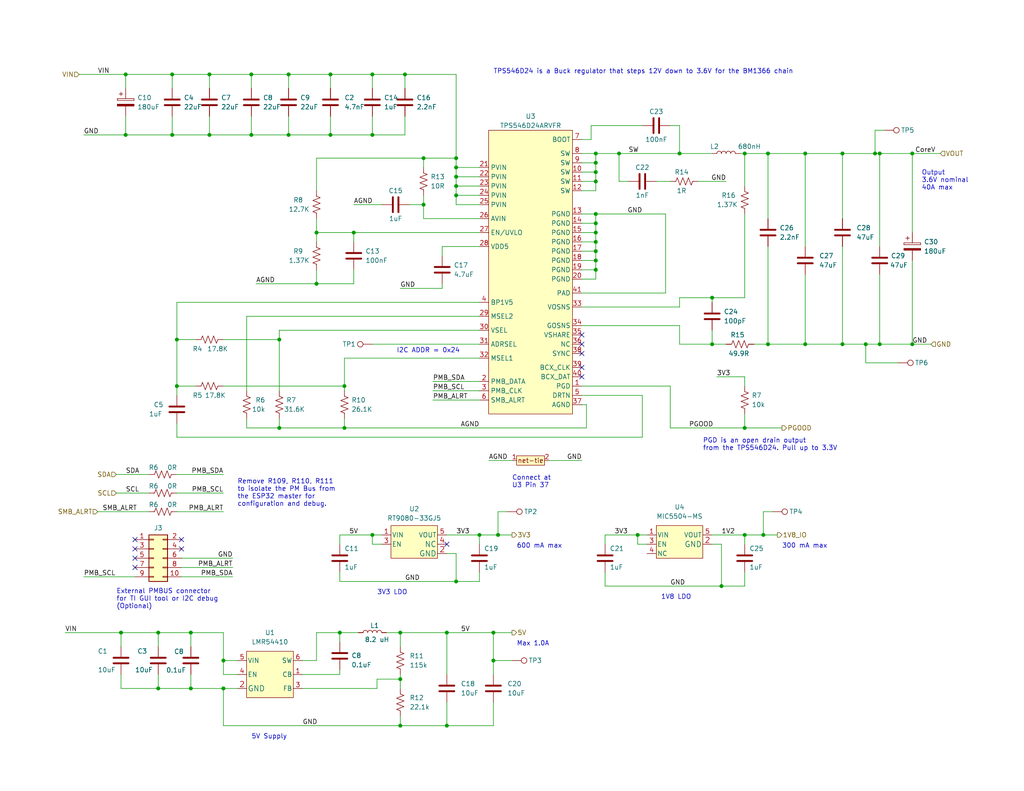
<source format=kicad_sch>
(kicad_sch (version 20231120) (generator "eeschema") (generator_version "8.0")
  (paper "A")
  (title_block (title "bitaxeHex") (date "2024-03-09") (rev "701"))
  (lib_symbols
    (symbol "Connector:TestPoint" (pin_numbers hide) (pin_names (offset 0.762) hide)
      (property "Reference" "TP" (at 0 6.858 0))
      (property "Value" "TestPoint" (at 0 5.08 0))
      (symbol "TestPoint_1_1"
        (pin passive line (at 0 0 90) (length 2.54) (name "1") (number "1"))
      )
    )
    (symbol "Connector_Generic:Conn_02x05_Odd_Even" (pin_names (offset 1.016) hide)
      (property "Reference" "J" (at 1.27 7.62 0))
      (property "Value" "Conn_02x05_Odd_Even" (at 1.27 -7.62 0))
      (symbol "Conn_02x05_Odd_Even_1_1"
        (pin passive line (at -5.08 5.08 0) (length 3.81) (name "Pin_1") (number "1"))
        (pin passive line (at 7.62 -5.08 180) (length 3.81) (name "Pin_10") (number "10"))
        (pin passive line (at 7.62 5.08 180) (length 3.81) (name "Pin_2") (number "2"))
        (pin passive line (at -5.08 2.54 0) (length 3.81) (name "Pin_3") (number "3"))
        (pin passive line (at 7.62 2.54 180) (length 3.81) (name "Pin_4") (number "4"))
        (pin passive line (at -5.08 0 0) (length 3.81) (name "Pin_5") (number "5"))
        (pin passive line (at 7.62 0 180) (length 3.81) (name "Pin_6") (number "6"))
        (pin passive line (at -5.08 -2.54 0) (length 3.81) (name "Pin_7") (number "7"))
        (pin passive line (at 7.62 -2.54 180) (length 3.81) (name "Pin_8") (number "8"))
        (pin passive line (at -5.08 -5.08 0) (length 3.81) (name "Pin_9") (number "9"))
      )
    )
    (symbol "Device:C" (pin_numbers hide) (pin_names (offset 0.254))
      (property "Reference" "C" (at 0.635 2.54 0))
      (property "Value" "C" (at 0.635 -2.54 0))
      (symbol "C_1_1"
        (pin passive line (at 0 3.81 270) (length 2.794) (name "~") (number "1"))
        (pin passive line (at 0 -3.81 90) (length 2.794) (name "~") (number "2"))
      )
    )
    (symbol "Device:C_Polarized" (pin_numbers hide) (pin_names (offset 0.254))
      (property "Reference" "C" (at 0.635 2.54 0))
      (property "Value" "C_Polarized" (at 0.635 -2.54 0))
      (symbol "C_Polarized_1_1"
        (pin passive line (at 0 3.81 270) (length 2.794) (name "~") (number "1"))
        (pin passive line (at 0 -3.81 90) (length 2.794) (name "~") (number "2"))
      )
    )
    (symbol "Device:L" (pin_numbers hide) (pin_names (offset 1.016) hide)
      (property "Reference" "L" (at -1.27 0 90))
      (property "Value" "L" (at 1.905 0 90))
      (symbol "L_1_1"
        (pin passive line (at 0 3.81 270) (length 1.27) (name "1") (number "1"))
        (pin passive line (at 0 -3.81 90) (length 1.27) (name "2") (number "2"))
      )
    )
    (symbol "Device:R_US" (pin_numbers hide) (pin_names (offset 0))
      (property "Reference" "R" (at 2.54 0 90))
      (property "Value" "R_US" (at -2.54 0 90))
      (symbol "R_US_1_1"
        (pin passive line (at 0 3.81 270) (length 1.27) (name "~") (number "1"))
        (pin passive line (at 0 -3.81 90) (length 1.27) (name "~") (number "2"))
      )
    )
    (symbol "bitaxe:LMR54410" (pin_names (offset 0.254))
      (property "Reference" "U" (at -5.08 7.62 0))
      (property "Value" "LMR54410" (at 0 -7.62 0))
      (symbol "LMR54410_1_1"
        (pin input line (at 8.89 0 180) (length 2.54) (name "CB") (number "1"))
        (pin power_in line (at -8.89 -3.81 0) (length 2.54) (name "GND") (number "2"))
        (pin input line (at 8.89 -3.81 180) (length 2.54) (name "FB") (number "3"))
        (pin input line (at -8.89 0 0) (length 2.54) (name "EN") (number "4"))
        (pin power_in line (at -8.89 3.81 0) (length 2.54) (name "VIN") (number "5"))
        (pin output line (at 8.89 3.81 180) (length 2.54) (name "SW") (number "6"))
      )
    )
    (symbol "bitaxe:MIC5504" (pin_names (offset 0.254))
      (property "Reference" "U" (at -6.35 5.08 0))
      (property "Value" "MIC5504" (at 0 -6.35 0))
      (symbol "MIC5504_1_1"
        (pin power_in line (at -8.89 1.27 0) (length 2.54) (name "VIN") (number "1"))
        (pin power_in line (at 8.89 -1.27 180) (length 2.54) (name "GND") (number "2"))
        (pin input line (at -8.89 -1.27 0) (length 2.54) (name "EN") (number "3"))
        (pin input line (at -8.89 -3.81 0) (length 2.54) (name "NC") (number "4"))
        (pin output line (at 8.89 1.27 180) (length 2.54) (name "VOUT") (number "5"))
      )
    )
    (symbol "bitaxe:RT9080-33GJ5" (pin_names (offset 0.254))
      (property "Reference" "U2" (at 0 8.382 0))
      (property "Value" "RT9080-33GJ5" (at 0 5.842 0))
      (symbol "RT9080-33GJ5_1_1"
        (pin power_in line (at -8.89 1.27 0) (length 2.54) (name "VIN") (number "1"))
        (pin power_in line (at 8.89 -3.81 180) (length 2.54) (name "GND") (number "2"))
        (pin input line (at -8.89 -1.27 0) (length 2.54) (name "EN") (number "3"))
        (pin power_in line (at 8.89 -1.27 180) (length 2.54) (name "NC") (number "4"))
        (pin output line (at 8.89 1.27 180) (length 2.54) (name "VOUT") (number "5"))
      )
    )
    (symbol "bitaxe:TPS546D24"
      (property "Reference" "U" (at -7.62 43.18 0))
      (property "Value" "TPS546D24" (at 6.35 43.18 0))
      (symbol "TPS546D24_1_1"
        (pin input line (at 13.97 -27.94 180) (length 2.54) (name "PGD") (number "1"))
        (pin power_in line (at 13.97 30.48 180) (length 2.54) (name "SW") (number "10"))
        (pin output line (at 13.97 27.94 180) (length 2.54) (name "SW") (number "11"))
        (pin power_out line (at 13.97 25.4 180) (length 2.54) (name "SW") (number "12"))
        (pin output line (at 13.97 19.05 180) (length 2.54) (name "PGND") (number "13"))
        (pin output line (at 13.97 16.51 180) (length 2.54) (name "PGND") (number "14"))
        (pin input line (at 13.97 13.97 180) (length 2.54) (name "PGND") (number "15"))
        (pin input line (at 13.97 11.43 180) (length 2.54) (name "PGND") (number "16"))
        (pin power_in line (at 13.97 8.89 180) (length 2.54) (name "PGND") (number "17"))
        (pin input line (at 13.97 6.35 180) (length 2.54) (name "PGND") (number "18"))
        (pin input line (at 13.97 3.81 180) (length 2.54) (name "PGND") (number "19"))
        (pin input line (at -13.97 -26.67 0) (length 2.54) (name "PMB_DATA") (number "2"))
        (pin power_in line (at 13.97 1.27 180) (length 2.54) (name "PGND") (number "20"))
        (pin input line (at -13.97 31.75 0) (length 2.54) (name "PVIN") (number "21"))
        (pin input line (at -13.97 29.21 0) (length 2.54) (name "PVIN") (number "22"))
        (pin input line (at -13.97 26.67 0) (length 2.54) (name "PVIN") (number "23"))
        (pin input line (at -13.97 24.13 0) (length 2.54) (name "PVIN") (number "24"))
        (pin input line (at -13.97 21.59 0) (length 2.54) (name "PVIN") (number "25"))
        (pin input line (at -13.97 17.78 0) (length 2.54) (name "AVIN") (number "26"))
        (pin input line (at -13.97 13.97 0) (length 2.54) (name "EN/UVLO") (number "27"))
        (pin output line (at -13.97 10.16 0) (length 2.54) (name "VDD5") (number "28"))
        (pin power_in line (at -13.97 -8.89 0) (length 2.54) (name "MSEL2") (number "29"))
        (pin input line (at -13.97 -29.21 0) (length 2.54) (name "PMB_CLK") (number "3"))
        (pin power_in line (at -13.97 -12.7 0) (length 2.54) (name "VSEL") (number "30"))
        (pin output line (at -13.97 -16.51 0) (length 2.54) (name "ADRSEL") (number "31"))
        (pin power_out line (at -13.97 -20.32 0) (length 2.54) (name "MSEL1") (number "32"))
        (pin output line (at 13.97 -6.35 180) (length 2.54) (name "VOSNS") (number "33"))
        (pin output line (at 13.97 -11.43 180) (length 2.54) (name "GOSNS") (number "34"))
        (pin input line (at 13.97 -13.97 180) (length 2.54) (name "VSHARE") (number "35"))
        (pin input line (at 13.97 -16.51 180) (length 2.54) (name "NC") (number "36"))
        (pin power_in line (at 13.97 -33.02 180) (length 2.54) (name "AGND") (number "37"))
        (pin input line (at 13.97 -19.05 180) (length 2.54) (name "SYNC") (number "38"))
        (pin input line (at 13.97 -22.86 180) (length 2.54) (name "BCX_CLK") (number "39"))
        (pin input line (at -13.97 -5.08 0) (length 2.54) (name "BP1V5") (number "4"))
        (pin input line (at 13.97 -25.4 180) (length 2.54) (name "BCX_DAT") (number "40"))
        (pin power_in line (at 13.97 -2.54 180) (length 2.54) (name "PAD") (number "41"))
        (pin input line (at 13.97 -30.48 180) (length 2.54) (name "DRTN") (number "5"))
        (pin input line (at -13.97 -31.75 0) (length 2.54) (name "SMB_ALRT") (number "6"))
        (pin input line (at 13.97 39.37 180) (length 2.54) (name "BOOT") (number "7"))
        (pin output line (at 13.97 35.56 180) (length 2.54) (name "SW") (number "8"))
        (pin power_in line (at 13.97 33.02 180) (length 2.54) (name "SW") (number "9"))
      )
    )
    (symbol "bitaxe:net-tie"
      (symbol "net-tie_1_0"
        (pin bidirectional line (at -5.08 0 0) (length 1.27) (name "") (number "1"))
        (pin bidirectional line (at 5.08 0 180) (length 1.27) (name "") (number "2"))
      )
      (symbol "net-tie_1_1"
        (text "net-tie" (at 0 0 0) (effects (font (size 1.27 1.27))))
      )
    )
  )
  (junction (at 162.56 58.42))
  (junction (at 203.2 116.84))
  (junction (at 173.99 146.05))
  (junction (at 48.26 92.71))
  (junction (at 52.07 187.96))
  (junction (at 52.07 172.72))
  (junction (at 96.52 63.5))
  (junction (at 229.87 93.98))
  (junction (at 109.22 198.12))
  (junction (at 124.46 48.26))
  (junction (at 33.02 172.72))
  (junction (at 121.92 172.72))
  (junction (at 90.17 20.32))
  (junction (at 135.89 146.05))
  (junction (at 238.76 41.91))
  (junction (at 43.18 172.72))
  (junction (at 219.71 93.98))
  (junction (at 115.57 55.88))
  (junction (at 109.22 185.42))
  (junction (at 78.74 36.83))
  (junction (at 162.56 71.12))
  (junction (at 34.29 36.83))
  (junction (at 124.46 45.72))
  (junction (at 78.74 20.32))
  (junction (at 162.56 41.91))
  (junction (at 115.57 43.18))
  (junction (at 60.96 187.96))
  (junction (at 248.92 41.91))
  (junction (at 46.99 36.83))
  (junction (at 57.15 20.32))
  (junction (at 162.56 49.53))
  (junction (at 196.85 160.02))
  (junction (at 57.15 36.83))
  (junction (at 162.56 46.99))
  (junction (at 185.42 41.91))
  (junction (at 124.46 43.18))
  (junction (at 162.56 44.45))
  (junction (at 162.56 60.96))
  (junction (at 162.56 68.58))
  (junction (at 101.6 36.83))
  (junction (at 219.71 41.91))
  (junction (at 68.58 36.83))
  (junction (at 68.58 20.32))
  (junction (at 134.62 180.34))
  (junction (at 168.91 41.91))
  (junction (at 203.2 41.91))
  (junction (at 93.98 116.84))
  (junction (at 248.92 93.98))
  (junction (at 110.49 20.32))
  (junction (at 124.46 53.34))
  (junction (at 236.22 93.98))
  (junction (at 162.56 73.66))
  (junction (at 124.46 158.75))
  (junction (at 124.46 50.8))
  (junction (at 162.56 63.5))
  (junction (at 101.6 20.32))
  (junction (at 46.99 20.32))
  (junction (at 209.55 93.98))
  (junction (at 76.2 92.71))
  (junction (at 48.26 105.41))
  (junction (at 134.62 172.72))
  (junction (at 43.18 187.96))
  (junction (at 109.22 172.72))
  (junction (at 208.28 146.05))
  (junction (at 86.36 63.5))
  (junction (at 162.56 66.04))
  (junction (at 34.29 20.32))
  (junction (at 101.6 146.05))
  (junction (at 92.71 172.72))
  (junction (at 203.2 146.05))
  (junction (at 209.55 41.91))
  (junction (at 93.98 105.41))
  (junction (at 130.81 146.05))
  (junction (at 229.87 41.91))
  (junction (at 60.96 180.34))
  (junction (at 86.36 77.47))
  (junction (at 121.92 198.12))
  (junction (at 240.03 41.91))
  (junction (at 194.31 81.28))
  (junction (at 76.2 116.84))
  (junction (at 240.03 93.98))
  (junction (at 90.17 36.83))
  (junction (at 194.31 93.98))
  (no_connect (at 158.75 102.87))
  (no_connect (at 49.53 149.86))
  (no_connect (at 121.92 148.59))
  (no_connect (at 158.75 96.52))
  (no_connect (at 49.53 147.32))
  (no_connect (at 36.83 147.32))
  (no_connect (at 36.83 154.94))
  (no_connect (at 36.83 149.86))
  (no_connect (at 36.83 152.4))
  (no_connect (at 158.75 91.44))
  (no_connect (at 158.75 100.33))
  (no_connect (at 158.75 93.98))
  (wire (pts (xy 130.81 55.88) (xy 124.46 55.88)))
  (wire (pts (xy 162.56 71.12) (xy 162.56 73.66)))
  (wire (pts (xy 203.2 146.05) (xy 208.28 146.05)))
  (wire (pts (xy 203.2 160.02) (xy 196.85 160.02)))
  (wire (pts (xy 173.99 148.59) (xy 173.99 146.05)))
  (wire (pts (xy 240.03 41.91) (xy 248.92 41.91)))
  (wire (pts (xy 22.86 157.48) (xy 36.83 157.48)))
  (wire (pts (xy 120.65 67.31) (xy 130.81 67.31)))
  (wire (pts (xy 203.2 146.05) (xy 203.2 148.59)))
  (wire (pts (xy 48.26 92.71) (xy 48.26 105.41)))
  (wire (pts (xy 57.15 20.32) (xy 46.99 20.32)))
  (wire (pts (xy 162.56 66.04) (xy 162.56 68.58)))
  (wire (pts (xy 158.75 60.96) (xy 162.56 60.96)))
  (wire (pts (xy 194.31 148.59) (xy 196.85 148.59)))
  (wire (pts (xy 158.75 80.01) (xy 181.61 80.01)))
  (wire (pts (xy 96.52 73.66) (xy 96.52 77.47)))
  (wire (pts (xy 96.52 63.5) (xy 86.36 63.5)))
  (wire (pts (xy 134.62 191.77) (xy 134.62 198.12)))
  (wire (pts (xy 240.03 41.91) (xy 240.03 67.31)))
  (wire (pts (xy 102.87 187.96) (xy 102.87 185.42)))
  (wire (pts (xy 158.75 83.82) (xy 185.42 83.82)))
  (wire (pts (xy 121.92 151.13) (xy 124.46 151.13)))
  (wire (pts (xy 158.75 52.07) (xy 162.56 52.07)))
  (wire (pts (xy 194.31 93.98) (xy 198.12 93.98)))
  (wire (pts (xy 165.1 146.05) (xy 173.99 146.05)))
  (wire (pts (xy 179.07 49.53) (xy 182.88 49.53)))
  (wire (pts (xy 185.42 88.9) (xy 185.42 93.98)))
  (wire (pts (xy 158.75 73.66) (xy 162.56 73.66)))
  (wire (pts (xy 46.99 31.75) (xy 46.99 36.83)))
  (wire (pts (xy 49.53 154.94) (xy 63.5 154.94)))
  (wire (pts (xy 203.2 41.91) (xy 209.55 41.91)))
  (wire (pts (xy 162.56 60.96) (xy 162.56 63.5)))
  (wire (pts (xy 33.02 172.72) (xy 33.02 176.53)))
  (wire (pts (xy 175.26 119.38) (xy 175.26 107.95)))
  (wire (pts (xy 43.18 172.72) (xy 52.07 172.72)))
  (wire (pts (xy 31.75 134.62) (xy 40.64 134.62)))
  (wire (pts (xy 52.07 172.72) (xy 52.07 176.53)))
  (wire (pts (xy 82.55 180.34) (xy 86.36 180.34)))
  (wire (pts (xy 121.92 172.72) (xy 109.22 172.72)))
  (wire (pts (xy 67.31 116.84) (xy 76.2 116.84)))
  (wire (pts (xy 158.75 38.1) (xy 161.29 38.1)))
  (wire (pts (xy 92.71 172.72) (xy 92.71 175.26)))
  (wire (pts (xy 162.56 52.07) (xy 162.56 49.53)))
  (wire (pts (xy 60.96 198.12) (xy 109.22 198.12)))
  (wire (pts (xy 133.35 125.73) (xy 139.7 125.73)))
  (wire (pts (xy 96.52 66.04) (xy 96.52 63.5)))
  (wire (pts (xy 48.26 105.41) (xy 53.34 105.41)))
  (wire (pts (xy 124.46 20.32) (xy 110.49 20.32)))
  (wire (pts (xy 60.96 105.41) (xy 93.98 105.41)))
  (wire (pts (xy 124.46 151.13) (xy 124.46 158.75)))
  (wire (pts (xy 203.2 41.91) (xy 203.2 50.8)))
  (wire (pts (xy 203.2 156.21) (xy 203.2 160.02)))
  (wire (pts (xy 109.22 184.15) (xy 109.22 185.42)))
  (wire (pts (xy 115.57 59.69) (xy 115.57 55.88)))
  (wire (pts (xy 60.96 187.96) (xy 52.07 187.96)))
  (wire (pts (xy 101.6 36.83) (xy 110.49 36.83)))
  (wire (pts (xy 138.43 139.7) (xy 135.89 139.7)))
  (wire (pts (xy 78.74 31.75) (xy 78.74 36.83)))
  (wire (pts (xy 26.67 139.7) (xy 40.64 139.7)))
  (wire (pts (xy 134.62 180.34) (xy 139.7 180.34)))
  (wire (pts (xy 67.31 114.3) (xy 67.31 116.84)))
  (wire (pts (xy 93.98 116.84) (xy 160.02 116.84)))
  (wire (pts (xy 219.71 41.91) (xy 219.71 67.31)))
  (wire (pts (xy 78.74 36.83) (xy 90.17 36.83)))
  (wire (pts (xy 46.99 20.32) (xy 34.29 20.32)))
  (wire (pts (xy 124.46 45.72) (xy 130.81 45.72)))
  (wire (pts (xy 33.02 187.96) (xy 33.02 184.15)))
  (wire (pts (xy 203.2 58.42) (xy 203.2 81.28)))
  (wire (pts (xy 121.92 191.77) (xy 121.92 198.12)))
  (wire (pts (xy 92.71 158.75) (xy 124.46 158.75)))
  (wire (pts (xy 229.87 67.31) (xy 229.87 93.98)))
  (wire (pts (xy 158.75 88.9) (xy 185.42 88.9)))
  (wire (pts (xy 48.26 139.7) (xy 60.96 139.7)))
  (wire (pts (xy 219.71 93.98) (xy 229.87 93.98)))
  (wire (pts (xy 48.26 92.71) (xy 53.34 92.71)))
  (wire (pts (xy 52.07 172.72) (xy 60.96 172.72)))
  (wire (pts (xy 168.91 41.91) (xy 185.42 41.91)))
  (wire (pts (xy 238.76 41.91) (xy 240.03 41.91)))
  (wire (pts (xy 124.46 48.26) (xy 130.81 48.26)))
  (wire (pts (xy 176.53 148.59) (xy 173.99 148.59)))
  (wire (pts (xy 115.57 53.34) (xy 115.57 55.88)))
  (wire (pts (xy 130.81 156.21) (xy 130.81 158.75)))
  (wire (pts (xy 210.82 139.7) (xy 208.28 139.7)))
  (wire (pts (xy 22.86 36.83) (xy 34.29 36.83)))
  (wire (pts (xy 115.57 43.18) (xy 124.46 43.18)))
  (wire (pts (xy 158.75 46.99) (xy 162.56 46.99)))
  (wire (pts (xy 158.75 71.12) (xy 162.56 71.12)))
  (wire (pts (xy 190.5 49.53) (xy 198.12 49.53)))
  (wire (pts (xy 240.03 93.98) (xy 248.92 93.98)))
  (wire (pts (xy 209.55 41.91) (xy 209.55 59.69)))
  (wire (pts (xy 86.36 52.07) (xy 86.36 43.18)))
  (wire (pts (xy 86.36 73.66) (xy 86.36 77.47)))
  (wire (pts (xy 78.74 20.32) (xy 68.58 20.32)))
  (wire (pts (xy 185.42 83.82) (xy 185.42 81.28)))
  (wire (pts (xy 240.03 74.93) (xy 240.03 93.98)))
  (wire (pts (xy 236.22 93.98) (xy 240.03 93.98)))
  (wire (pts (xy 82.55 184.15) (xy 92.71 184.15)))
  (wire (pts (xy 68.58 20.32) (xy 68.58 24.13)))
  (wire (pts (xy 60.96 180.34) (xy 60.96 172.72)))
  (wire (pts (xy 121.92 146.05) (xy 130.81 146.05)))
  (wire (pts (xy 162.56 44.45) (xy 162.56 41.91)))
  (wire (pts (xy 229.87 93.98) (xy 236.22 93.98)))
  (wire (pts (xy 68.58 36.83) (xy 78.74 36.83)))
  (wire (pts (xy 93.98 97.79) (xy 93.98 105.41)))
  (wire (pts (xy 93.98 97.79) (xy 130.81 97.79)))
  (wire (pts (xy 209.55 93.98) (xy 219.71 93.98)))
  (wire (pts (xy 134.62 172.72) (xy 134.62 180.34)))
  (wire (pts (xy 109.22 195.58) (xy 109.22 198.12)))
  (wire (pts (xy 43.18 187.96) (xy 33.02 187.96)))
  (wire (pts (xy 76.2 90.17) (xy 76.2 92.71)))
  (wire (pts (xy 185.42 93.98) (xy 194.31 93.98)))
  (wire (pts (xy 165.1 146.05) (xy 165.1 148.59)))
  (wire (pts (xy 238.76 35.56) (xy 238.76 41.91)))
  (wire (pts (xy 236.22 99.06) (xy 236.22 93.98)))
  (wire (pts (xy 229.87 41.91) (xy 238.76 41.91)))
  (wire (pts (xy 194.31 90.17) (xy 194.31 93.98)))
  (wire (pts (xy 46.99 36.83) (xy 57.15 36.83)))
  (wire (pts (xy 90.17 36.83) (xy 101.6 36.83)))
  (wire (pts (xy 90.17 20.32) (xy 78.74 20.32)))
  (wire (pts (xy 196.85 148.59) (xy 196.85 160.02)))
  (wire (pts (xy 182.88 105.41) (xy 182.88 116.84)))
  (wire (pts (xy 160.02 110.49) (xy 160.02 116.84)))
  (wire (pts (xy 219.71 74.93) (xy 219.71 93.98)))
  (wire (pts (xy 101.6 93.98) (xy 130.81 93.98)))
  (wire (pts (xy 182.88 116.84) (xy 203.2 116.84)))
  (wire (pts (xy 110.49 20.32) (xy 110.49 24.13)))
  (wire (pts (xy 118.11 104.14) (xy 130.81 104.14)))
  (wire (pts (xy 49.53 152.4) (xy 63.5 152.4)))
  (wire (pts (xy 124.46 20.32) (xy 124.46 43.18)))
  (wire (pts (xy 111.76 55.88) (xy 115.57 55.88)))
  (wire (pts (xy 135.89 146.05) (xy 139.7 146.05)))
  (wire (pts (xy 76.2 116.84) (xy 93.98 116.84)))
  (wire (pts (xy 86.36 59.69) (xy 86.36 63.5)))
  (wire (pts (xy 162.56 68.58) (xy 162.56 71.12)))
  (wire (pts (xy 120.65 77.47) (xy 120.65 78.74)))
  (wire (pts (xy 124.46 43.18) (xy 124.46 45.72)))
  (wire (pts (xy 78.74 20.32) (xy 78.74 24.13)))
  (wire (pts (xy 86.36 63.5) (xy 86.36 66.04)))
  (wire (pts (xy 124.46 50.8) (xy 130.81 50.8)))
  (wire (pts (xy 124.46 45.72) (xy 124.46 48.26)))
  (wire (pts (xy 162.56 46.99) (xy 162.56 44.45)))
  (wire (pts (xy 17.78 172.72) (xy 33.02 172.72)))
  (wire (pts (xy 158.75 105.41) (xy 182.88 105.41)))
  (wire (pts (xy 109.22 172.72) (xy 109.22 176.53)))
  (wire (pts (xy 43.18 187.96) (xy 43.18 184.15)))
  (wire (pts (xy 60.96 184.15) (xy 60.96 180.34)))
  (wire (pts (xy 48.26 129.54) (xy 60.96 129.54)))
  (wire (pts (xy 92.71 172.72) (xy 97.79 172.72)))
  (wire (pts (xy 48.26 119.38) (xy 175.26 119.38)))
  (wire (pts (xy 135.89 139.7) (xy 135.89 146.05)))
  (wire (pts (xy 162.56 76.2) (xy 158.75 76.2)))
  (wire (pts (xy 64.77 184.15) (xy 60.96 184.15)))
  (wire (pts (xy 248.92 93.98) (xy 254 93.98)))
  (wire (pts (xy 34.29 36.83) (xy 46.99 36.83)))
  (wire (pts (xy 48.26 134.62) (xy 60.96 134.62)))
  (wire (pts (xy 241.3 35.56) (xy 238.76 35.56)))
  (wire (pts (xy 134.62 180.34) (xy 134.62 184.15)))
  (wire (pts (xy 48.26 107.95) (xy 48.26 105.41)))
  (wire (pts (xy 76.2 90.17) (xy 130.81 90.17)))
  (wire (pts (xy 158.75 110.49) (xy 160.02 110.49)))
  (wire (pts (xy 248.92 41.91) (xy 256.54 41.91)))
  (wire (pts (xy 92.71 184.15) (xy 92.71 182.88)))
  (wire (pts (xy 248.92 71.12) (xy 248.92 93.98)))
  (wire (pts (xy 175.26 107.95) (xy 158.75 107.95)))
  (wire (pts (xy 134.62 198.12) (xy 121.92 198.12)))
  (wire (pts (xy 158.75 66.04) (xy 162.56 66.04)))
  (wire (pts (xy 96.52 55.88) (xy 104.14 55.88)))
  (wire (pts (xy 115.57 45.72) (xy 115.57 43.18)))
  (wire (pts (xy 101.6 20.32) (xy 90.17 20.32)))
  (wire (pts (xy 171.45 49.53) (xy 168.91 49.53)))
  (wire (pts (xy 68.58 20.32) (xy 57.15 20.32)))
  (wire (pts (xy 149.86 125.73) (xy 158.75 125.73)))
  (wire (pts (xy 203.2 81.28) (xy 194.31 81.28)))
  (wire (pts (xy 185.42 81.28) (xy 194.31 81.28)))
  (wire (pts (xy 110.49 20.32) (xy 101.6 20.32)))
  (wire (pts (xy 173.99 146.05) (xy 176.53 146.05)))
  (wire (pts (xy 124.46 53.34) (xy 130.81 53.34)))
  (wire (pts (xy 64.77 180.34) (xy 60.96 180.34)))
  (wire (pts (xy 196.85 160.02) (xy 165.1 160.02)))
  (wire (pts (xy 195.58 102.87) (xy 203.2 102.87)))
  (wire (pts (xy 161.29 34.29) (xy 175.26 34.29)))
  (wire (pts (xy 48.26 82.55) (xy 130.81 82.55)))
  (wire (pts (xy 105.41 172.72) (xy 109.22 172.72)))
  (wire (pts (xy 124.46 48.26) (xy 124.46 50.8)))
  (wire (pts (xy 162.56 41.91) (xy 168.91 41.91)))
  (wire (pts (xy 208.28 139.7) (xy 208.28 146.05)))
  (wire (pts (xy 134.62 172.72) (xy 139.7 172.72)))
  (wire (pts (xy 86.36 172.72) (xy 92.71 172.72)))
  (wire (pts (xy 118.11 106.68) (xy 130.81 106.68)))
  (wire (pts (xy 120.65 69.85) (xy 120.65 67.31)))
  (wire (pts (xy 48.26 82.55) (xy 48.26 92.71)))
  (wire (pts (xy 102.87 185.42) (xy 109.22 185.42)))
  (wire (pts (xy 121.92 172.72) (xy 121.92 184.15)))
  (wire (pts (xy 52.07 187.96) (xy 43.18 187.96)))
  (wire (pts (xy 34.29 31.75) (xy 34.29 36.83)))
  (wire (pts (xy 209.55 41.91) (xy 219.71 41.91)))
  (wire (pts (xy 46.99 20.32) (xy 46.99 24.13)))
  (wire (pts (xy 121.92 172.72) (xy 134.62 172.72)))
  (wire (pts (xy 130.81 146.05) (xy 135.89 146.05)))
  (wire (pts (xy 162.56 41.91) (xy 158.75 41.91)))
  (wire (pts (xy 124.46 50.8) (xy 124.46 53.34)))
  (wire (pts (xy 67.31 86.36) (xy 130.81 86.36)))
  (wire (pts (xy 229.87 41.91) (xy 229.87 59.69)))
  (wire (pts (xy 245.11 99.06) (xy 236.22 99.06)))
  (wire (pts (xy 165.1 160.02) (xy 165.1 156.21)))
  (wire (pts (xy 201.93 41.91) (xy 203.2 41.91)))
  (wire (pts (xy 34.29 24.13) (xy 34.29 20.32)))
  (wire (pts (xy 124.46 53.34) (xy 124.46 55.88)))
  (wire (pts (xy 101.6 148.59) (xy 101.6 146.05)))
  (wire (pts (xy 185.42 41.91) (xy 194.31 41.91)))
  (wire (pts (xy 33.02 172.72) (xy 43.18 172.72)))
  (wire (pts (xy 67.31 86.36) (xy 67.31 106.68)))
  (wire (pts (xy 21.59 20.32) (xy 34.29 20.32)))
  (wire (pts (xy 203.2 116.84) (xy 213.36 116.84)))
  (wire (pts (xy 93.98 116.84) (xy 93.98 114.3)))
  (wire (pts (xy 69.85 77.47) (xy 86.36 77.47)))
  (wire (pts (xy 57.15 31.75) (xy 57.15 36.83)))
  (wire (pts (xy 205.74 93.98) (xy 209.55 93.98)))
  (wire (pts (xy 181.61 80.01) (xy 181.61 58.42)))
  (wire (pts (xy 158.75 63.5) (xy 162.56 63.5)))
  (wire (pts (xy 109.22 78.74) (xy 120.65 78.74)))
  (wire (pts (xy 124.46 158.75) (xy 130.81 158.75)))
  (wire (pts (xy 248.92 63.5) (xy 248.92 41.91)))
  (wire (pts (xy 168.91 49.53) (xy 168.91 41.91)))
  (wire (pts (xy 185.42 34.29) (xy 185.42 41.91)))
  (wire (pts (xy 31.75 129.54) (xy 40.64 129.54)))
  (wire (pts (xy 104.14 148.59) (xy 101.6 148.59)))
  (wire (pts (xy 203.2 105.41) (xy 203.2 102.87)))
  (wire (pts (xy 115.57 59.69) (xy 130.81 59.69)))
  (wire (pts (xy 76.2 114.3) (xy 76.2 116.84)))
  (wire (pts (xy 162.56 58.42) (xy 181.61 58.42)))
  (wire (pts (xy 118.11 109.22) (xy 130.81 109.22)))
  (wire (pts (xy 162.56 58.42) (xy 162.56 60.96)))
  (wire (pts (xy 219.71 41.91) (xy 229.87 41.91)))
  (wire (pts (xy 162.56 49.53) (xy 162.56 46.99)))
  (wire (pts (xy 86.36 77.47) (xy 96.52 77.47)))
  (wire (pts (xy 158.75 44.45) (xy 162.56 44.45)))
  (wire (pts (xy 162.56 73.66) (xy 162.56 76.2)))
  (wire (pts (xy 90.17 31.75) (xy 90.17 36.83)))
  (wire (pts (xy 52.07 184.15) (xy 52.07 187.96)))
  (wire (pts (xy 43.18 172.72) (xy 43.18 176.53)))
  (wire (pts (xy 64.77 187.96) (xy 60.96 187.96)))
  (wire (pts (xy 92.71 146.05) (xy 92.71 148.59)))
  (wire (pts (xy 158.75 68.58) (xy 162.56 68.58)))
  (wire (pts (xy 158.75 49.53) (xy 162.56 49.53)))
  (wire (pts (xy 93.98 105.41) (xy 93.98 106.68)))
  (wire (pts (xy 203.2 113.03) (xy 203.2 116.84)))
  (wire (pts (xy 76.2 92.71) (xy 76.2 106.68)))
  (wire (pts (xy 57.15 20.32) (xy 57.15 24.13)))
  (wire (pts (xy 68.58 31.75) (xy 68.58 36.83)))
  (wire (pts (xy 130.81 146.05) (xy 130.81 148.59)))
  (wire (pts (xy 182.88 34.29) (xy 185.42 34.29)))
  (wire (pts (xy 96.52 63.5) (xy 130.81 63.5)))
  (wire (pts (xy 92.71 146.05) (xy 101.6 146.05)))
  (wire (pts (xy 109.22 185.42) (xy 109.22 187.96)))
  (wire (pts (xy 86.36 43.18) (xy 115.57 43.18)))
  (wire (pts (xy 82.55 187.96) (xy 102.87 187.96)))
  (wire (pts (xy 208.28 146.05) (xy 212.09 146.05)))
  (wire (pts (xy 60.96 92.71) (xy 76.2 92.71)))
  (wire (pts (xy 60.96 187.96) (xy 60.96 198.12)))
  (wire (pts (xy 86.36 180.34) (xy 86.36 172.72)))
  (wire (pts (xy 158.75 58.42) (xy 162.56 58.42)))
  (wire (pts (xy 101.6 146.05) (xy 104.14 146.05)))
  (wire (pts (xy 209.55 67.31) (xy 209.55 93.98)))
  (wire (pts (xy 194.31 146.05) (xy 203.2 146.05)))
  (wire (pts (xy 49.53 157.48) (xy 63.5 157.48)))
  (wire (pts (xy 101.6 31.75) (xy 101.6 36.83)))
  (wire (pts (xy 161.29 38.1) (xy 161.29 34.29)))
  (wire (pts (xy 194.31 81.28) (xy 194.31 82.55)))
  (wire (pts (xy 110.49 36.83) (xy 110.49 31.75)))
  (wire (pts (xy 90.17 20.32) (xy 90.17 24.13)))
  (wire (pts (xy 57.15 36.83) (xy 68.58 36.83)))
  (wire (pts (xy 162.56 63.5) (xy 162.56 66.04)))
  (wire (pts (xy 121.92 198.12) (xy 109.22 198.12)))
  (wire (pts (xy 101.6 20.32) (xy 101.6 24.13)))
  (wire (pts (xy 48.26 115.57) (xy 48.26 119.38)))
  (wire (pts (xy 92.71 158.75) (xy 92.71 156.21)))
  (text "1V8 LDO" (at 180.34 163.83 0) (effects (font (size 1.27 1.27)) (justify left bottom)))
  (text "Output \n3.6V nominal\n40A max" (at 251.46 52.07 0) (effects (font (size 1.27 1.27)) (justify left bottom)))
  (text "TPS546D24 is a Buck regulator that steps 12V down to 3.6V for the BM1366 chain" (at 134.62 20.32 0) (effects (font (size 1.27 1.27)) (justify left bottom)))
  (text "3V3 LDO" (at 102.87 162.56 0) (effects (font (size 1.27 1.27)) (justify left bottom)))
  (text "300 mA max" (at 213.36 149.86 0) (effects (font (size 1.27 1.27)) (justify left bottom)))
  (text "Remove R109, R110, R111\nto isolate the PM Bus from\nthe ESP32 master for \nconfiguration and debug." (at 64.77 138.43 0) (effects (font (size 1.27 1.27)) (justify left bottom)))
  (text "Max 1.0A" (at 140.97 176.53 0) (effects (font (size 1.27 1.27)) (justify left bottom)))
  (text "Connect at\nU3 Pin 37" (at 139.7 133.35 0) (effects (font (size 1.27 1.27)) (justify left bottom)))
  (text "External PMBUS connector\nfor TI GUI tool or I2C debug\n(Optional)" (at 31.75 166.37 0) (effects (font (size 1.27 1.27)) (justify left bottom)))
  (text "600 mA max" (at 140.97 149.86 0) (effects (font (size 1.27 1.27)) (justify left bottom)))
  (text "5V Supply" (at 68.58 201.93 0) (effects (font (size 1.27 1.27)) (justify left bottom)))
  (text "PGD is an open drain output\nfrom the TPS546D24. Pull up to 3.3V" (at 191.77 123.19 0) (effects (font (size 1.27 1.27)) (justify left bottom)))
  (text "I2C ADDR = 0x24" (at 108.204 96.52 0) (effects (font (size 1.27 1.27)) (justify left bottom)))
  (label "SW" (at 171.45 41.91 0))
  (label "AGND" (at 133.35 125.73 0))
  (label "GND" (at 182.88 160.02 0))
  (label "CoreV" (at 255.27 41.91 180))
  (label "GND" (at 175.26 58.42 180))
  (label "GND" (at 158.75 125.73 180))
  (label "PMB_ALRT" (at 60.96 139.7 180))
  (label "PMB_ALRT" (at 63.5 154.94 180))
  (label "AGND" (at 130.81 116.84 180))
  (label "SDA" (at 34.29 129.54 0))
  (label "PGOOD" (at 187.96 116.84 0))
  (label "GND" (at 109.22 78.74 0))
  (label "1V2" (at 196.85 146.05 0))
  (label "5V" (at 95.25 146.05 0))
  (label "VIN" (at 26.67 20.32 0))
  (label "PMB_SDA" (at 60.96 129.54 180))
  (label "PMB_SCL" (at 22.86 157.48 0))
  (label "PMB_SCL" (at 118.11 106.68 0))
  (label "PMB_SDA" (at 63.5 157.48 180))
  (label "VIN" (at 17.78 172.72 0))
  (label "GND" (at 22.86 36.83 0))
  (label "3V3" (at 124.46 146.05 0))
  (label "AGND" (at 69.85 77.47 0))
  (label "GND" (at 82.55 198.12 0))
  (label "PMB_SCL" (at 60.96 134.62 180))
  (label "SCL" (at 34.29 134.62 0))
  (label "GND" (at 110.49 158.75 0))
  (label "GND" (at 248.92 93.98 0))
  (label "PMB_ALRT" (at 118.11 109.22 0))
  (label "SMB_ALRT" (at 27.94 139.7 0))
  (label "AGND" (at 96.52 55.88 0))
  (label "5V" (at 125.73 172.72 0))
  (label "GND" (at 63.5 152.4 180))
  (label "GND" (at 198.12 49.53 180))
  (label "PMB_SDA" (at 118.11 104.14 0))
  (label "3V3" (at 195.58 102.87 0))
  (label "3V3" (at 167.64 146.05 0))
  (hierarchical_label "3V3" (shape output) (at 139.7 146.05 0))
  (hierarchical_label "VIN" (shape input) (at 21.59 20.32 180))
  (hierarchical_label "SDA" (shape input) (at 31.75 129.54 180))
  (hierarchical_label "VOUT" (shape input) (at 256.54 41.91 0))
  (hierarchical_label "GND" (shape input) (at 254 93.98 0))
  (hierarchical_label "SCL" (shape input) (at 31.75 134.62 180))
  (hierarchical_label "1V8_IO" (shape output) (at 212.09 146.05 0))
  (hierarchical_label "SMB_ALRT" (shape input) (at 26.67 139.7 180))
  (hierarchical_label "5V" (shape output) (at 139.7 172.72 0))
  (hierarchical_label "PGOOD" (shape output) (at 213.36 116.84 0))
  (symbol (lib_id "Device:C") (at 179.07 34.29 90) (unit 1)
    (property "Reference" "C23" (at 179.07 30.48 90))
    (property "Value" "100nF" (at 179.07 38.1 90))
    (property "Footprint" "Capacitor_SMD:C_0805_2012Metric" (effects (hide yes)))
    (property "DK" "478-KGM21NR71E104KTCT-ND" (effects (hide yes)))
    (property "PARTNO" "KGM21NR71E104KT" (effects (hide yes)))
  )
  (symbol (lib_id "Device:C_Polarized") (at 248.92 67.31 0) (unit 1)
    (property "Reference" "C30" (at 252.095 66.04 0) (effects (justify left)))
    (property "Value" "180uF" (at 252.095 68.58 0) (effects (justify left)))
    (property "Footprint" "Capacitor_SMD:CP_Elec_6.3x5.9" (effects (hide yes)))
    (property "Datasheet" "https://industrial.panasonic.com/cdbs/www-data/pdf/AAB8000/AAB8000C177.pdf" (effects (hide yes)))
    (property "DK" "P16479CT-ND" (effects (hide yes)))
    (property "PARTNO" "16SVPF180M" (effects (hide yes)))
    (property "HEIGHT" "5.9mm" (effects (hide yes)))
  )
  (symbol (lib_id "Device:R_US") (at 44.45 139.7 90) (unit 1)
    (property "Reference" "R6" (at 41.91 137.795 90))
    (property "Value" "0R" (at 46.99 137.795 90))
    (property "Footprint" "Resistor_SMD:R_0402_1005Metric" (effects (hide yes)))
    (property "DK" "311-0.0JRCT-ND" (effects (hide yes)))
    (property "PARTNO" "RC0402JR-070RL" (effects (hide yes)))
    (instances (project "bm1397" (path "" (reference "R6") (unit 1))) (project "bitaxeHex" (path "" (reference "R3") (unit 1))))
  )
  (symbol (lib_id "Device:C") (at 92.71 179.07 0) (unit 1)
    (property "Reference" "C8" (at 95.885 179.705 0) (effects (justify left bottom)))
    (property "Value" "0.1uF" (at 95.885 182.245 0) (effects (justify left bottom)))
    (property "Footprint" "Capacitor_SMD:C_0402_1005Metric" (effects (hide yes)))
    (property "DK" "478-KGM05AR71C104KHCT-ND" (effects (hide yes)))
    (property "PARTNO" "KGM05AR71C104KH" (effects (hide yes)))
    (instances (project "bm1366" (path "" (reference "C8") (unit 1))) (project "bitaxeHex" (path "" (reference "C12") (unit 1))))
  )
  (symbol (lib_id "Device:L") (at 198.12 41.91 90) (unit 1)
    (property "Reference" "L2" (at 194.945 40.005 90))
    (property "Value" "680nH" (at 204.47 40.005 90))
    (property "Footprint" "Inductor_SMD:L_Coilcraft_XAL1010-XXX" (effects (hide yes)))
    (property "Datasheet" "https://www.coilcraft.com/getmedia/dd74e670-e705-456a-9a69-585fe02eaf3c/xal1010.pdf" (effects (hide yes)))
    (property "PARTNO" "XAL1010-681MED" (effects (hide yes)))
    (property "DK" "2457-XAL1010-681MED-ND" (effects (hide yes)))
    (property "Mouser" "994-XAL1010-681MED" (effects (hide yes)))
    (property "HEIGHT" "10mm" (effects (hide yes)))
  )
  (symbol (lib_id "Device:C") (at 203.2 152.4 0) (unit 1)
    (property "Reference" "C25" (at 204.47 150.495 0) (effects (justify left bottom)))
    (property "Value" "1uF" (at 204.47 155.575 0) (effects (justify left bottom)))
    (property "Footprint" "Capacitor_SMD:C_0402_1005Metric" (effects (hide yes)))
    (property "DK" "587-5514-1-ND" (effects (hide yes)))
    (property "PARTNO" "EMK105BJ105MV-F" (effects (hide yes)))
  )
  (symbol (lib_id "bitaxe:LMR54410") (at 73.66 184.15 0) (unit 1)
    (property "Reference" "U1" (at 73.66 172.72 0))
    (property "Value" "LMR54410" (at 73.66 175.26 0))
    (property "Footprint" "Package_TO_SOT_SMD:SOT-23-6" (effects (hide yes)))
    (property "Datasheet" "https://www.ti.com/lit/ds/symlink/lmr54406.pdf" (effects (hide yes)))
    (property "DK" "296-LMR54410DBVRCT-ND" (effects (hide yes)))
    (property "PARTNO" "LMR54410FDBVR" (effects (hide yes)))
  )
  (symbol (lib_id "Device:R_US") (at 44.45 129.54 90) (unit 1)
    (property "Reference" "R6" (at 41.91 127.635 90))
    (property "Value" "0R" (at 46.99 127.635 90))
    (property "Footprint" "Resistor_SMD:R_0402_1005Metric" (effects (hide yes)))
    (property "DK" "311-0.0JRCT-ND" (effects (hide yes)))
    (property "PARTNO" "RC0402JR-070RL" (effects (hide yes)))
    (instances (project "bm1397" (path "" (reference "R6") (unit 1))) (project "bitaxeHex" (path "" (reference "R1") (unit 1))))
  )
  (symbol (lib_id "Connector:TestPoint") (at 210.82 139.7 270) (mirror x) (unit 1) (in_bom no)
    (property "Reference" "TP4" (at 217.17 139.7 90))
    (property "Value" "TestPoint" (effects (hide yes)))
    (property "Footprint" "TestPoint:TestPoint_Pad_D1.0mm" (effects (hide yes)))
  )
  (symbol (lib_id "Device:C") (at 194.31 86.36 0) (unit 1)
    (property "Reference" "C24" (at 197.485 85.09 0) (effects (justify left)))
    (property "Value" "100pF" (at 197.485 87.63 0) (effects (justify left)))
    (property "Footprint" "Capacitor_SMD:C_0402_1005Metric" (effects (hide yes)))
    (property "DK" "732-7431-1-ND" (effects (hide yes)))
    (property "PARTNO" "885012005013" (effects (hide yes)))
  )
  (symbol (lib_id "Device:C") (at 134.62 187.96 0) (unit 1)
    (property "Reference" "C20" (at 138.43 186.69 0) (effects (justify left)))
    (property "Value" "10uF" (at 138.43 189.23 0) (effects (justify left)))
    (property "Footprint" "Capacitor_SMD:C_0805_2012Metric" (effects (hide yes)))
    (property "DK" "490-18664-1-ND" (effects (hide yes)))
    (property "PARTNO" "GRM21BR61H106ME43L" (effects (hide yes)))
  )
  (symbol (lib_id "Device:R_US") (at 201.93 93.98 90) (unit 1)
    (property "Reference" "R15" (at 203.2 91.44 90) (effects (justify left)))
    (property "Value" "49.9R" (at 204.47 96.52 90) (effects (justify left)))
    (property "Footprint" "Resistor_SMD:R_0402_1005Metric" (effects (hide yes)))
    (property "DK" "311-49.9LRCT-ND" (effects (hide yes)))
    (property "PARTNO" "RC0402FR-0749R9L" (effects (hide yes)))
  )
  (symbol (lib_id "Device:C") (at 219.71 71.12 0) (unit 1)
    (property "Reference" "C27" (at 223.52 69.85 0) (effects (justify left)))
    (property "Value" "47uF" (at 223.52 72.39 0) (effects (justify left)))
    (property "Footprint" "Capacitor_SMD:C_1210_3225Metric" (effects (hide yes)))
    (property "DK" "490-6539-1-ND" (effects (hide yes)))
    (property "PARTNO" "GRM32ER61C476KE15L" (effects (hide yes)))
  )
  (symbol (lib_id "Device:R_US") (at 186.69 49.53 90) (unit 1)
    (property "Reference" "R14" (at 187.96 46.99 90) (effects (justify left)))
    (property "Value" "1R" (at 187.325 52.07 90) (effects (justify left)))
    (property "Footprint" "Resistor_SMD:R_1206_3216Metric" (effects (hide yes)))
    (property "DK" "CSR1206FT1R00CT-ND" (effects (hide yes)))
    (property "PARTNO" "CSR1206FT1R00" (effects (hide yes)))
  )
  (symbol (lib_id "Device:R_US") (at 115.57 49.53 0) (unit 1)
    (property "Reference" "R13" (at 117.475 48.26 0) (effects (justify left)))
    (property "Value" "10R" (at 117.475 50.8 0) (effects (justify left)))
    (property "Footprint" "Resistor_SMD:R_0402_1005Metric" (effects (hide yes)))
    (property "DK" "311-10.0LRCT-ND" (effects (hide yes)))
    (property "PARTNO" "RC0402FR-0710RL" (effects (hide yes)))
  )
  (symbol (lib_id "Device:R_US") (at 44.45 134.62 90) (unit 1)
    (property "Reference" "R6" (at 41.91 132.715 90))
    (property "Value" "0R" (at 46.99 132.715 90))
    (property "Footprint" "Resistor_SMD:R_0402_1005Metric" (effects (hide yes)))
    (property "DK" "311-0.0JRCT-ND" (effects (hide yes)))
    (property "PARTNO" "RC0402JR-070RL" (effects (hide yes)))
    (instances (project "bm1397" (path "" (reference "R6") (unit 1))) (project "bitaxeHex" (path "" (reference "R2") (unit 1))))
  )
  (symbol (lib_id "bitaxe:MIC5504") (at 185.42 147.32 0) (unit 1)
    (property "Reference" "U4" (at 185.42 138.43 0))
    (property "Value" "MIC5504-MS" (at 185.42 140.97 0))
    (property "Footprint" "Package_TO_SOT_SMD:SOT-23-5_HandSoldering" (effects (hide yes)))
    (property "Datasheet" "https://atta.szlcsc.com/upload/public/pdf/source/20240802/A85BC169CD94B58DB0326F7C46D76917.pdf" (effects (hide yes)))
    (property "DK" "C30197547" (effects (hide yes)))
    (property "PARTNO" "MIC5504-1.2YM5-TR-MS" (effects (hide yes)))
  )
  (symbol (lib_id "Device:C") (at 209.55 63.5 0) (unit 1)
    (property "Reference" "C26" (at 212.725 62.23 0) (effects (justify left)))
    (property "Value" "2.2nF" (at 212.725 64.77 0) (effects (justify left)))
    (property "Footprint" "Capacitor_SMD:C_0402_1005Metric" (effects (hide yes)))
    (property "DK" "490-8257-1-ND" (effects (hide yes)))
    (property "PARTNO" "GRM155R61H222KA01D" (effects (hide yes)))
  )
  (symbol (lib_id "Device:R_US") (at 57.15 105.41 90) (unit 1)
    (property "Reference" "R5" (at 55.245 107.95 90) (effects (justify left)))
    (property "Value" "17.8K" (at 61.595 107.95 90) (effects (justify left)))
    (property "Footprint" "Resistor_SMD:R_0402_1005Metric" (effects (hide yes)))
    (property "DK" "RMCF0402FT17K8CT-ND" (effects (hide yes)))
    (property "PARTNO" "RMCF0402FT17K8" (effects (hide yes)))
  )
  (symbol (lib_id "Connector:TestPoint") (at 241.3 35.56 270) (mirror x) (unit 1) (in_bom no)
    (property "Reference" "TP5" (at 247.65 35.56 90))
    (property "Value" "TestPoint" (effects (hide yes)))
    (property "Footprint" "TestPoint:TestPoint_Pad_D1.0mm" (effects (hide yes)))
  )
  (symbol (lib_id "Device:C") (at 110.49 27.94 0) (unit 1)
    (property "Reference" "C16" (at 113.665 26.67 0) (effects (justify left)))
    (property "Value" "2.2nF" (at 113.665 29.21 0) (effects (justify left)))
    (property "Footprint" "Capacitor_SMD:C_0402_1005Metric" (effects (hide yes)))
    (property "DK" "490-8257-1-ND" (effects (hide yes)))
    (property "PARTNO" "GRM155R61H222KA01D" (effects (hide yes)))
  )
  (symbol (lib_id "bitaxe:RT9080-33GJ5") (at 113.03 147.32 0) (unit 1)
    (property "Reference" "U2" (at 113.03 138.938 0))
    (property "Value" "RT9080-33GJ5" (at 113.03 141.478 0))
    (property "Footprint" "bitaxe:RT9080-33GJ5" (effects (hide yes)))
    (property "Datasheet" "https://www.richtek.com/assets/product_file/RT9080/DS9080-05.pdf" (effects (hide yes)))
    (property "DK" "1028-1509-1-ND" (effects (hide yes)))
    (property "PARTNO" "RT9080-33GJ5" (effects (hide yes)))
  )
  (symbol (lib_id "Device:R_US") (at 86.36 69.85 0) (unit 1)
    (property "Reference" "R9" (at 80.01 68.58 0) (effects (justify left)))
    (property "Value" "1.37K" (at 78.74 71.12 0) (effects (justify left)))
    (property "Footprint" "Resistor_SMD:R_0402_1005Metric" (effects (hide yes)))
    (property "DK" "YAG3035CT-ND" (effects (hide yes)))
    (property "PARTNO" "RC0402FR-071K37L" (effects (hide yes)))
  )
  (symbol (lib_id "Device:R_US") (at 109.22 191.77 0) (unit 1)
    (property "Reference" "R12" (at 111.76 190.5 0) (effects (justify left)))
    (property "Value" "22.1k" (at 111.76 193.04 0) (effects (justify left)))
    (property "Footprint" "Resistor_SMD:R_0402_1005Metric" (effects (hide yes)))
    (property "DK" "311-22.1KLRCT-ND" (effects (hide yes)))
    (property "PARTNO" "RC0402FR-0722K1L" (effects (hide yes)))
  )
  (symbol (lib_id "Connector:TestPoint") (at 138.43 139.7 270) (mirror x) (unit 1) (in_bom no)
    (property "Reference" "TP2" (at 144.78 139.7 90))
    (property "Value" "TestPoint" (effects (hide yes)))
    (property "Footprint" "TestPoint:TestPoint_Pad_D1.0mm" (effects (hide yes)))
  )
  (symbol (lib_id "bitaxe:net-tie") (at 144.78 125.73 0) (unit 1) (in_bom no)
    (property "Reference" "T1" (effects (hide yes)))
    (property "Value" "net-tie" (effects (hide yes)))
    (property "Footprint" "bitaxe:Net-Tie-0.25mm" (effects (hide yes)))
  )
  (symbol (lib_id "Device:C") (at 101.6 27.94 0) (unit 1)
    (property "Reference" "C14" (at 104.775 26.67 0) (effects (justify left)))
    (property "Value" "1uF" (at 104.775 29.21 0) (effects (justify left)))
    (property "Footprint" "Capacitor_SMD:C_0805_2012Metric" (effects (hide yes)))
    (property "DK" "587-1291-1-ND" (effects (hide yes)))
    (property "PARTNO" "TMK212BJ105KG-T" (effects (hide yes)))
  )
  (symbol (lib_id "Device:R_US") (at 76.2 110.49 0) (unit 1)
    (property "Reference" "R7" (at 78.105 109.22 0) (effects (justify left)))
    (property "Value" "31.6K" (at 77.47 111.76 0) (effects (justify left)))
    (property "Footprint" "Resistor_SMD:R_0402_1005Metric" (effects (hide yes)))
    (property "DK" "YAG3115CT-ND" (effects (hide yes)))
    (property "PARTNO" "RC0402FR-0731K6L" (effects (hide yes)))
  )
  (symbol (lib_id "Device:C") (at 165.1 152.4 0) (unit 1)
    (property "Reference" "C21" (at 166.37 150.495 0) (effects (justify left bottom)))
    (property "Value" "1uF" (at 166.37 155.575 0) (effects (justify left bottom)))
    (property "Footprint" "Capacitor_SMD:C_0402_1005Metric" (effects (hide yes)))
    (property "DK" "587-5514-1-ND" (effects (hide yes)))
    (property "PARTNO" "EMK105BJ105MV-F" (effects (hide yes)))
  )
  (symbol (lib_id "Device:R_US") (at 93.98 110.49 0) (unit 1)
    (property "Reference" "R10" (at 95.885 109.22 0) (effects (justify left)))
    (property "Value" "26.1K" (at 95.885 111.76 0) (effects (justify left)))
    (property "Footprint" "Resistor_SMD:R_0402_1005Metric" (effects (hide yes)))
    (property "DK" "311-26.1KLRCT-ND" (effects (hide yes)))
    (property "PARTNO" "RC0402FR-0726K1L" (effects (hide yes)))
  )
  (symbol (lib_id "Device:R_US") (at 109.22 180.34 0) (unit 1)
    (property "Reference" "R11" (at 111.76 179.07 0) (effects (justify left)))
    (property "Value" "115k" (at 111.76 181.61 0) (effects (justify left)))
    (property "Footprint" "Resistor_SMD:R_0402_1005Metric" (effects (hide yes)))
    (property "DK" "YAG2956CT-ND" (effects (hide yes)))
    (property "PARTNO" "RC0402FR-07115KL" (effects (hide yes)))
  )
  (symbol (lib_id "Device:C") (at 46.99 27.94 0) (unit 1)
    (property "Reference" "C4" (at 50.165 26.67 0) (effects (justify left)))
    (property "Value" "22uF" (at 50.165 29.21 0) (effects (justify left)))
    (property "Footprint" "Capacitor_SMD:C_1210_3225Metric" (effects (hide yes)))
    (property "DK" "490-3889-1-ND" (effects (hide yes)))
    (property "PARTNO" "GRM32ER61E226KE15L" (effects (hide yes)))
  )
  (symbol (lib_id "Device:R_US") (at 203.2 54.61 0) (unit 1)
    (property "Reference" "R16" (at 196.85 53.34 0) (effects (justify left)))
    (property "Value" "1.37K" (at 195.58 55.88 0) (effects (justify left)))
    (property "Footprint" "Resistor_SMD:R_0402_1005Metric" (effects (hide yes)))
    (property "DK" "YAG3035CT-ND" (effects (hide yes)))
    (property "PARTNO" "RC0402FR-071K37L" (effects (hide yes)))
  )
  (symbol (lib_id "Connector:TestPoint") (at 245.11 99.06 270) (mirror x) (unit 1) (in_bom no)
    (property "Reference" "TP6" (at 251.46 99.06 90))
    (property "Value" "TestPoint" (effects (hide yes)))
    (property "Footprint" "TestPoint:TestPoint_Pad_D1.0mm" (effects (hide yes)))
  )
  (symbol (lib_id "Device:C") (at 57.15 27.94 0) (unit 1)
    (property "Reference" "C7" (at 60.325 26.67 0) (effects (justify left)))
    (property "Value" "22uF" (at 60.325 29.21 0) (effects (justify left)))
    (property "Footprint" "Capacitor_SMD:C_1210_3225Metric" (effects (hide yes)))
    (property "DK" "490-3889-1-ND" (effects (hide yes)))
    (property "PARTNO" "GRM32ER61E226KE15L" (effects (hide yes)))
  )
  (symbol (lib_id "Device:C") (at 121.92 187.96 0) (unit 1)
    (property "Reference" "C18" (at 125.73 186.69 0) (effects (justify left)))
    (property "Value" "10uF" (at 125.73 189.23 0) (effects (justify left)))
    (property "Footprint" "Capacitor_SMD:C_0805_2012Metric" (effects (hide yes)))
    (property "DK" "490-18664-1-ND" (effects (hide yes)))
    (property "PARTNO" "GRM21BR61H106ME43L" (effects (hide yes)))
  )
  (symbol (lib_id "Device:L") (at 101.6 172.72 90) (unit 1)
    (property "Reference" "L1" (at 102.235 170.815 90))
    (property "Value" "8.2 uH" (at 102.87 174.625 90))
    (property "Footprint" "bitaxe:74438357082" (effects (hide yes)))
    (property "Datasheet" "https://www.we-online.com/components/products/datasheet/74438357082.pdf" (effects (hide yes)))
    (property "PARTNO" "78438357082" (effects (hide yes)))
    (property "DK" "732-11745-1-ND" (effects (hide yes)))
  )
  (symbol (lib_id "Device:R_US") (at 67.31 110.49 180) (unit 1)
    (property "Reference" "R6" (at 72.39 109.22 0) (effects (justify left)))
    (property "Value" "10k" (at 72.39 111.76 0) (effects (justify left)))
    (property "Footprint" "Resistor_SMD:R_0402_1005Metric" (effects (hide yes)))
    (property "DK" "RMCF0402FT10K0CT-ND" (effects (hide yes)))
    (property "PARTNO" "RMCF0402FT10K0" (effects (hide yes)))
  )
  (symbol (lib_id "Device:R_US") (at 203.2 109.22 180) (unit 1)
    (property "Reference" "R7" (at 205.105 107.95 0) (effects (justify right)))
    (property "Value" "10k" (at 205.105 110.49 0) (effects (justify right)))
    (property "Footprint" "Resistor_SMD:R_0402_1005Metric" (effects (hide yes)))
    (property "DK" "311-10KJRCT-ND" (effects (hide yes)))
    (property "PARTNO" "RC0402JR-0710KL" (effects (hide yes)))
    (instances (project "esp32" (path "" (reference "R7") (unit 1))) (project "bitaxeHex" (path "" (reference "R17") (unit 1))))
  )
  (symbol (lib_id "Device:R_US") (at 86.36 55.88 0) (unit 1)
    (property "Reference" "R8" (at 80.01 54.61 0) (effects (justify left)))
    (property "Value" "12.7K" (at 78.74 57.15 0) (effects (justify left)))
    (property "Footprint" "Resistor_SMD:R_0402_1005Metric" (effects (hide yes)))
    (property "DK" "YAG2964CT-ND" (effects (hide yes)))
    (property "PARTNO" "RC0402FR-0712K7L" (effects (hide yes)))
  )
  (symbol (lib_id "Device:C") (at 175.26 49.53 90) (unit 1)
    (property "Reference" "C22" (at 175.26 45.72 90))
    (property "Value" "1nF" (at 175.26 53.34 90))
    (property "Footprint" "Capacitor_SMD:C_0805_2012Metric" (effects (hide yes)))
    (property "DK" "311-1127-1-ND" (effects (hide yes)))
    (property "PARTNO" "CC0805KRX7R9BB102" (effects (hide yes)))
  )
  (symbol (lib_id "Device:C") (at 68.58 27.94 0) (unit 1)
    (property "Reference" "C8" (at 71.755 26.67 0) (effects (justify left)))
    (property "Value" "22uF" (at 71.755 29.21 0) (effects (justify left)))
    (property "Footprint" "Capacitor_SMD:C_1210_3225Metric" (effects (hide yes)))
    (property "DK" "490-3889-1-ND" (effects (hide yes)))
    (property "PARTNO" "GRM32ER61E226KE15L" (effects (hide yes)))
  )
  (symbol (lib_id "Device:C") (at 52.07 180.34 180) (unit 1)
    (property "Reference" "C8" (at 50.165 177.165 0) (effects (justify left bottom)))
    (property "Value" "0.1uF" (at 50.8 182.245 0) (effects (justify left bottom)))
    (property "Footprint" "Capacitor_SMD:C_0603_1608Metric" (effects (hide yes)))
    (property "DK" "478-KGM15BR71H104KTCT-ND" (effects (hide yes)))
    (property "PARTNO" "KGM15BR71H104KT" (effects (hide yes)))
    (instances (project "bm1366" (path "" (reference "C8") (unit 1))) (project "bitaxeHex" (path "" (reference "C6") (unit 1))))
  )
  (symbol (lib_id "Device:C") (at 107.95 55.88 90) (unit 1)
    (property "Reference" "C15" (at 107.95 52.07 90))
    (property "Value" "1uF" (at 107.95 59.69 90))
    (property "Footprint" "Capacitor_SMD:C_0805_2012Metric" (effects (hide yes)))
    (property "DK" "587-1291-1-ND" (effects (hide yes)))
    (property "PARTNO" "TMK212BJ105KG-T" (effects (hide yes)))
  )
  (symbol (lib_id "Device:C") (at 92.71 152.4 0) (unit 1)
    (property "Reference" "C11" (at 93.98 150.495 0) (effects (justify left bottom)))
    (property "Value" "1uF" (at 93.98 155.575 0) (effects (justify left bottom)))
    (property "Footprint" "Capacitor_SMD:C_0402_1005Metric" (effects (hide yes)))
    (property "DK" "587-5514-1-ND" (effects (hide yes)))
    (property "PARTNO" "EMK105BJ105MV-F" (effects (hide yes)))
  )
  (symbol (lib_id "Device:C_Polarized") (at 34.29 27.94 0) (unit 1)
    (property "Reference" "C10" (at 37.465 26.67 0) (effects (justify left)))
    (property "Value" "180uF" (at 37.465 29.21 0) (effects (justify left)))
    (property "Footprint" "Capacitor_SMD:CP_Elec_6.3x5.9" (effects (hide yes)))
    (property "Datasheet" "https://industrial.panasonic.com/cdbs/www-data/pdf/AAB8000/AAB8000C177.pdf" (effects (hide yes)))
    (property "DK" "P16479CT-ND" (effects (hide yes)))
    (property "PARTNO" "16SVPF180M" (effects (hide yes)))
    (property "HEIGHT" "5.9mm" (effects (hide yes)))
  )
  (symbol (lib_id "Connector_Generic:Conn_02x05_Odd_Even") (at 41.91 152.4 0) (unit 1)
    (property "Reference" "J3" (at 43.18 144.145 0))
    (property "Value" "Conn_02x05_Odd_Even" (effects (hide yes)))
    (property "Footprint" "Connector_PinHeader_2.54mm:PinHeader_2x05_P2.54mm_Vertical" (effects (hide yes)))
  )
  (symbol (lib_id "Device:C") (at 43.18 180.34 0) (unit 1)
    (property "Reference" "C3" (at 37.465 177.8 0) (effects (justify left)))
    (property "Value" "10uF" (at 36.83 182.88 0) (effects (justify left)))
    (property "Footprint" "Capacitor_SMD:C_0805_2012Metric" (effects (hide yes)))
    (property "DK" "490-18664-1-ND" (effects (hide yes)))
    (property "PARTNO" "GRM21BR61H106ME43L" (effects (hide yes)))
  )
  (symbol (lib_id "Device:C") (at 78.74 27.94 0) (unit 1)
    (property "Reference" "C9" (at 81.915 26.67 0) (effects (justify left)))
    (property "Value" "22uF" (at 81.915 29.21 0) (effects (justify left)))
    (property "Footprint" "Capacitor_SMD:C_1210_3225Metric" (effects (hide yes)))
    (property "DK" "490-3889-1-ND" (effects (hide yes)))
    (property "PARTNO" "GRM32ER61E226KE15L" (effects (hide yes)))
  )
  (symbol (lib_id "Device:C") (at 120.65 73.66 0) (unit 1)
    (property "Reference" "C17" (at 123.825 72.39 0) (effects (justify left)))
    (property "Value" "4.7uF" (at 123.825 74.93 0) (effects (justify left)))
    (property "Footprint" "Capacitor_SMD:C_0402_1005Metric" (effects (hide yes)))
    (property "DK" "490-14306-1-ND" (effects (hide yes)))
    (property "PARTNO" "GRM155R61A475MEAAD" (effects (hide yes)))
  )
  (symbol (lib_id "bitaxe:TPS546D24") (at 144.78 77.47 0) (unit 1)
    (property "Reference" "U3" (at 144.78 31.75 0))
    (property "Value" "TPS546D24ARVFR" (at 144.78 34.29 0))
    (property "Footprint" "bitaxe:LQFN40-CLIP" (effects (hide yes)))
    (property "Datasheet" "https://www.ti.com/lit/ds/symlink/tps546d24a.pdf" (effects (hide yes)))
    (property "DK" "296-TPS546D24ARVFRCT-ND" (effects (hide yes)))
    (property "PARTNO" "TPS546D24ARVFR" (effects (hide yes)))
  )
  (symbol (lib_id "Device:C") (at 90.17 27.94 0) (unit 1)
    (property "Reference" "C2" (at 93.98 26.6699 0) (effects (justify left)))
    (property "Value" "4.7nF" (at 93.98 29.2099 0) (effects (justify left)))
    (property "Footprint" "Capacitor_SMD:C_0402_1005Metric" (effects (hide yes)))
    (property "DK" "490-1309-1-ND" (effects (hide yes)))
    (property "PARTNO" "GRM155R71E472KA01D" (effects (hide yes)))
  )
  (symbol (lib_id "Device:C") (at 229.87 63.5 0) (unit 1)
    (property "Reference" "C28" (at 233.68 62.23 0) (effects (justify left)))
    (property "Value" "47uF" (at 233.68 64.77 0) (effects (justify left)))
    (property "Footprint" "Capacitor_SMD:C_1210_3225Metric" (effects (hide yes)))
    (property "DK" "490-6539-1-ND" (effects (hide yes)))
    (property "PARTNO" "GRM32ER61C476KE15L" (effects (hide yes)))
  )
  (symbol (lib_id "Device:C") (at 96.52 69.85 0) (unit 1)
    (property "Reference" "C13" (at 99.695 68.58 0) (effects (justify left)))
    (property "Value" "100nF" (at 99.695 71.12 0) (effects (justify left)))
    (property "Footprint" "Capacitor_SMD:C_0402_1005Metric" (effects (hide yes)))
    (property "DK" "490-6321-1-ND" (effects (hide yes)))
    (property "PARTNO" "GRM155R71A104KA01D" (effects (hide yes)))
  )
  (symbol (lib_id "Device:R_US") (at 57.15 92.71 90) (unit 1)
    (property "Reference" "R4" (at 55.245 95.25 90) (effects (justify left)))
    (property "Value" "17.8K" (at 62.23 95.25 90) (effects (justify left)))
    (property "Footprint" "Resistor_SMD:R_0402_1005Metric" (effects (hide yes)))
    (property "DK" "RMCF0402FT17K8CT-ND" (effects (hide yes)))
    (property "PARTNO" "RMCF0402FT17K8" (effects (hide yes)))
  )
  (symbol (lib_id "Device:C") (at 33.02 180.34 0) (unit 1)
    (property "Reference" "C1" (at 26.67 177.8 0) (effects (justify left)))
    (property "Value" "10uF" (at 26.67 182.88 0) (effects (justify left)))
    (property "Footprint" "Capacitor_SMD:C_0805_2012Metric" (effects (hide yes)))
    (property "DK" "490-18664-1-ND" (effects (hide yes)))
    (property "PARTNO" "GRM21BR61H106ME43L" (effects (hide yes)))
  )
  (symbol (lib_id "Device:C") (at 48.26 111.76 0) (unit 1)
    (property "Reference" "C5" (at 41.91 110.49 0) (effects (justify left)))
    (property "Value" "1uF" (at 40.64 113.03 0) (effects (justify left)))
    (property "Footprint" "Capacitor_SMD:C_0603_1608Metric" (effects (hide yes)))
    (property "DK" "490-1550-1-ND" (effects (hide yes)))
    (property "PARTNO" "GRM188R60J105KA01D" (effects (hide yes)))
  )
  (symbol (lib_id "Device:C") (at 130.81 152.4 0) (unit 1)
    (property "Reference" "C19" (at 132.08 150.495 0) (effects (justify left bottom)))
    (property "Value" "1uF" (at 132.08 155.575 0) (effects (justify left bottom)))
    (property "Footprint" "Capacitor_SMD:C_0402_1005Metric" (effects (hide yes)))
    (property "DK" "587-5514-1-ND" (effects (hide yes)))
    (property "PARTNO" "EMK105BJ105MV-F" (effects (hide yes)))
  )
  (symbol (lib_id "Connector:TestPoint") (at 101.6 93.98 90) (mirror x) (unit 1) (in_bom no)
    (property "Reference" "TP1" (at 95.25 93.98 90))
    (property "Value" "TestPoint" (effects (hide yes)))
    (property "Footprint" "bitaxe:TestPoint_Pad_D0.8mm" (effects (hide yes)))
  )
  (symbol (lib_id "Device:C") (at 240.03 71.12 0) (unit 1)
    (property "Reference" "C29" (at 243.078 69.85 0) (effects (justify left)))
    (property "Value" "47uF" (at 242.824 72.39 0) (effects (justify left)))
    (property "Footprint" "Capacitor_SMD:C_1210_3225Metric" (effects (hide yes)))
    (property "DK" "490-6539-1-ND" (effects (hide yes)))
    (property "PARTNO" "GRM32ER61C476KE15L" (effects (hide yes)))
  )
  (symbol (lib_id "Connector:TestPoint") (at 139.7 180.34 270) (mirror x) (unit 1) (in_bom no)
    (property "Reference" "TP3" (at 146.05 180.34 90))
    (property "Value" "TestPoint" (effects (hide yes)))
    (property "Footprint" "TestPoint:TestPoint_Pad_D1.0mm" (effects (hide yes)))
  )
)
</source>
